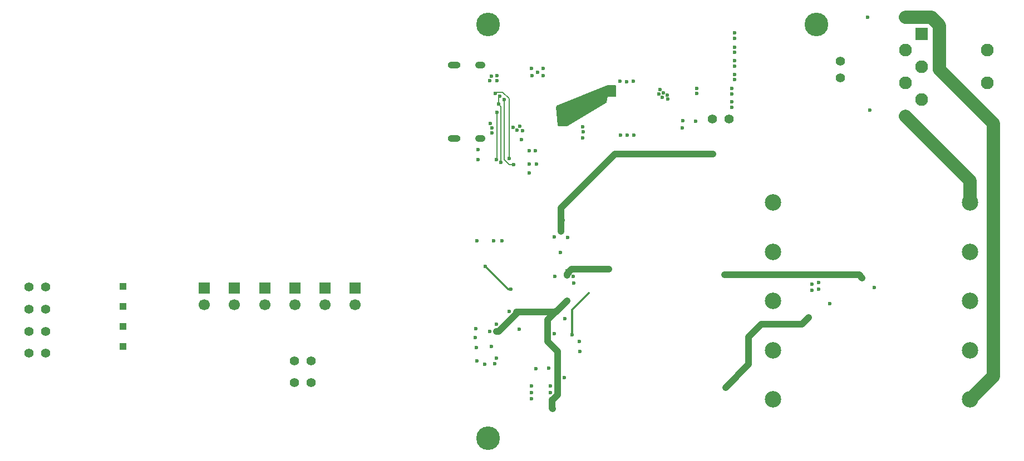
<source format=gbr>
G04 #@! TF.GenerationSoftware,KiCad,Pcbnew,9.0.1+1*
G04 #@! TF.CreationDate,2025-10-08T10:55:13+00:00*
G04 #@! TF.ProjectId,c64psu,63363470-7375-42e6-9b69-6361645f7063,rev?*
G04 #@! TF.SameCoordinates,Original*
G04 #@! TF.FileFunction,Copper,L3,Inr*
G04 #@! TF.FilePolarity,Positive*
%FSLAX46Y46*%
G04 Gerber Fmt 4.6, Leading zero omitted, Abs format (unit mm)*
G04 Created by KiCad (PCBNEW 9.0.1+1) date 2025-10-08 10:55:13*
%MOMM*%
%LPD*%
G01*
G04 APERTURE LIST*
G04 #@! TA.AperFunction,ComponentPad*
%ADD10C,2.500000*%
G04 #@! TD*
G04 #@! TA.AperFunction,ComponentPad*
%ADD11C,3.600000*%
G04 #@! TD*
G04 #@! TA.AperFunction,ComponentPad*
%ADD12R,1.700000X1.700000*%
G04 #@! TD*
G04 #@! TA.AperFunction,ComponentPad*
%ADD13C,1.700000*%
G04 #@! TD*
G04 #@! TA.AperFunction,ComponentPad*
%ADD14R,1.000000X1.000000*%
G04 #@! TD*
G04 #@! TA.AperFunction,ComponentPad*
%ADD15C,1.400000*%
G04 #@! TD*
G04 #@! TA.AperFunction,ComponentPad*
%ADD16O,1.550000X1.050000*%
G04 #@! TD*
G04 #@! TA.AperFunction,ComponentPad*
%ADD17O,1.950000X1.050000*%
G04 #@! TD*
G04 #@! TA.AperFunction,ComponentPad*
%ADD18C,1.950000*%
G04 #@! TD*
G04 #@! TA.AperFunction,ComponentPad*
%ADD19R,1.950000X1.950000*%
G04 #@! TD*
G04 #@! TA.AperFunction,ViaPad*
%ADD20C,0.600000*%
G04 #@! TD*
G04 #@! TA.AperFunction,Conductor*
%ADD21C,1.000000*%
G04 #@! TD*
G04 #@! TA.AperFunction,Conductor*
%ADD22C,2.000000*%
G04 #@! TD*
G04 #@! TA.AperFunction,Conductor*
%ADD23C,0.210000*%
G04 #@! TD*
G04 #@! TA.AperFunction,Conductor*
%ADD24C,0.300000*%
G04 #@! TD*
G04 APERTURE END LIST*
D10*
X183370000Y-69110000D03*
X183370000Y-76610000D03*
X183370000Y-84110000D03*
X183370000Y-91610000D03*
X183370000Y-99110000D03*
X213370000Y-69110000D03*
X213370000Y-76610000D03*
X213370000Y-84110000D03*
X213370000Y-91610000D03*
X213370000Y-99110000D03*
D11*
X190000000Y-42000000D03*
D12*
X101441600Y-82150800D03*
D13*
X101441600Y-84690800D03*
D14*
X84476600Y-84912800D03*
D12*
X110621600Y-82150800D03*
D13*
X110621600Y-84690800D03*
D15*
X70176600Y-85362800D03*
X72716600Y-85362800D03*
D14*
X84476600Y-81862800D03*
D12*
X96851600Y-82150800D03*
D13*
X96851600Y-84690800D03*
D15*
X70176600Y-88712800D03*
X72716600Y-88712800D03*
D16*
X138850000Y-48155000D03*
X138850000Y-59395000D03*
D17*
X134850000Y-48155000D03*
X134850000Y-59395000D03*
D11*
X140000000Y-105000000D03*
D15*
X110591600Y-96570800D03*
X113131600Y-96570800D03*
D12*
X106031600Y-82150800D03*
D13*
X106031600Y-84690800D03*
D15*
X70176600Y-82012800D03*
X72716600Y-82012800D03*
D14*
X84476600Y-87962800D03*
D15*
X174170300Y-56365150D03*
X176710300Y-56365150D03*
X110591600Y-93220800D03*
X113131600Y-93220800D03*
D18*
X215980000Y-50940000D03*
X215980000Y-45940000D03*
D19*
X205980000Y-43440000D03*
D18*
X205980000Y-48440000D03*
X205980000Y-53440000D03*
X203480000Y-45940000D03*
X203480000Y-50940000D03*
X203480000Y-40940000D03*
X203480000Y-55940000D03*
D12*
X115211600Y-82150800D03*
D13*
X115211600Y-84690800D03*
D15*
X70176600Y-92062800D03*
X72716600Y-92062800D03*
D14*
X84476600Y-91012800D03*
D12*
X119801600Y-82150800D03*
D13*
X119801600Y-84690800D03*
D15*
X193598800Y-50170399D03*
X193598800Y-47630399D03*
D11*
X140000000Y-42000000D03*
D20*
X177535865Y-48329416D03*
X147232327Y-61231221D03*
X147367023Y-63241024D03*
X151605000Y-95741000D03*
X154433265Y-59249852D03*
X141333500Y-50573950D03*
X146631130Y-48684508D03*
X151064199Y-76720200D03*
X140331850Y-57091395D03*
X148432067Y-48691598D03*
X177119813Y-54592482D03*
X138527300Y-61038750D03*
X150084899Y-74380500D03*
X151683800Y-86777400D03*
X154440694Y-57570786D03*
X189331600Y-81539200D03*
X145282548Y-58147437D03*
X177104954Y-53790096D03*
X177104954Y-51739555D03*
X149522200Y-98027000D03*
X198095437Y-55040963D03*
X138323400Y-93201000D03*
X147531100Y-49253150D03*
X138522300Y-62548750D03*
X144836226Y-57520465D03*
X141333500Y-49761150D03*
X177127243Y-52556800D03*
X140307085Y-50562617D03*
X143818100Y-57662976D03*
X149245400Y-94318600D03*
X166682700Y-52402750D03*
X146654600Y-97061800D03*
X154474999Y-58375000D03*
X138120200Y-88324200D03*
X160157760Y-58870423D03*
X138034789Y-89679611D03*
X146673671Y-49826047D03*
X141320600Y-87641000D03*
X169601100Y-57736750D03*
X141320600Y-92794600D03*
X153003299Y-80397700D03*
X146659800Y-98027000D03*
X145102500Y-59510000D03*
X167363100Y-53332350D03*
X177543295Y-44094603D03*
X144775000Y-88375000D03*
X197790637Y-40920237D03*
X147264200Y-94420200D03*
X140304600Y-88781400D03*
X144395672Y-58112274D03*
X140863400Y-74944200D03*
X146310724Y-63283560D03*
X177550724Y-46204580D03*
X140579500Y-58488140D03*
X146324903Y-61263122D03*
X160074001Y-50619797D03*
X148417887Y-49804776D03*
X162094824Y-50679232D03*
X146287500Y-64656750D03*
X177550724Y-50424534D03*
X165971500Y-52605950D03*
X140503893Y-90994456D03*
X161094700Y-50724549D03*
X192043900Y-84531200D03*
X143228200Y-85733400D03*
X171750508Y-52544481D03*
X177543295Y-45454201D03*
X146652601Y-98992200D03*
X153026099Y-81362900D03*
X190347600Y-81308000D03*
X141066600Y-93658200D03*
X139542600Y-93743611D03*
X140569594Y-57765003D03*
X161150000Y-58875000D03*
X138323400Y-74944200D03*
X171559500Y-56722749D03*
X149522200Y-97061800D03*
X162175539Y-58862446D03*
X171770320Y-51742096D03*
X177528436Y-43284788D03*
X167292300Y-52758350D03*
X150214499Y-80397700D03*
X177528436Y-47541890D03*
X166530300Y-53113950D03*
X166174700Y-51894750D03*
X138276507Y-91241944D03*
X142133400Y-74944200D03*
X177550724Y-49607290D03*
X152116899Y-74403300D03*
X150120848Y-89122200D03*
X169631099Y-56669949D03*
X140498762Y-49899690D03*
X198808100Y-82057200D03*
X151125000Y-72700000D03*
X190347600Y-82268000D03*
X174250000Y-61750000D03*
X151156092Y-71816415D03*
X189331600Y-82499200D03*
X173375000Y-61750000D03*
X172575000Y-61750000D03*
X151125000Y-73500000D03*
X152014000Y-84082400D03*
X150617000Y-95741000D03*
X152014198Y-79550000D03*
X149855000Y-100516200D03*
X151429800Y-84666600D03*
X196951600Y-80646000D03*
X149753400Y-99144600D03*
X141320600Y-88601000D03*
X152014198Y-80340000D03*
X150921800Y-85174600D03*
X144260200Y-85835000D03*
X141607500Y-54138750D03*
X141972586Y-62987169D03*
X141822754Y-52912510D03*
X143924300Y-63375550D03*
X142458534Y-53398090D03*
X141127500Y-52516750D03*
X143213100Y-62421750D03*
X141367500Y-55349750D03*
X141289958Y-62570008D03*
X139593400Y-78844200D03*
X143454200Y-82329800D03*
X151540302Y-56263550D03*
X159130000Y-52010000D03*
X158535728Y-52532220D03*
X158460000Y-51740000D03*
X151595100Y-57228750D03*
X150934700Y-55755550D03*
X153870000Y-90250000D03*
X152840000Y-89250000D03*
X153960000Y-91830000D03*
X188772800Y-86614000D03*
D21*
X151125000Y-69925000D02*
X159300000Y-61750000D01*
X151125000Y-71785323D02*
X151125000Y-69925000D01*
X159300000Y-61750000D02*
X174250000Y-61750000D01*
X151156092Y-71816415D02*
X151125000Y-71847507D01*
X151156092Y-71816415D02*
X151125000Y-71785323D01*
X151125000Y-72700000D02*
X151125000Y-73500000D01*
X151125000Y-71847507D02*
X151125000Y-72700000D01*
D22*
X213370000Y-69110000D02*
X213370000Y-65830000D01*
X213370000Y-65830000D02*
X203480000Y-55940000D01*
X207460000Y-40940000D02*
X208700000Y-42180000D01*
X203480000Y-40940000D02*
X207460000Y-40940000D01*
X208700000Y-48900000D02*
X216880000Y-57080000D01*
X216880000Y-57080000D02*
X216880000Y-95600000D01*
X216880000Y-95600000D02*
X213370000Y-99110000D01*
X208700000Y-42180000D02*
X208700000Y-48900000D01*
D21*
X149093000Y-90254600D02*
X150604000Y-91765600D01*
X141646628Y-88730600D02*
X141305600Y-88730600D01*
X149753400Y-99144600D02*
X149753400Y-100414600D01*
X150921800Y-85174600D02*
X150312200Y-85784200D01*
X149753400Y-100414600D02*
X149855000Y-100516200D01*
X149093000Y-87003400D02*
X149093000Y-90254600D01*
X150604000Y-95741000D02*
X150604000Y-98360828D01*
X152745371Y-79240000D02*
X152002299Y-79983072D01*
X144368600Y-85784200D02*
X144368600Y-86008628D01*
X150312200Y-85784200D02*
X144368600Y-85784200D01*
X158370000Y-79240000D02*
X152745371Y-79240000D01*
X196951600Y-80646000D02*
X196455600Y-80150000D01*
X144368600Y-86008628D02*
X141646628Y-88730600D01*
X150604000Y-98360828D02*
X149820228Y-99144600D01*
X149820228Y-99144600D02*
X149753400Y-99144600D01*
X152002299Y-84070699D02*
X152014000Y-84082400D01*
X196455600Y-80150000D02*
X175960000Y-80150000D01*
X150604000Y-91765600D02*
X150604000Y-95741000D01*
X152002299Y-79983072D02*
X152002299Y-80160000D01*
X152014000Y-84082400D02*
X149093000Y-87003400D01*
D23*
X141972586Y-59442636D02*
X141972586Y-62987169D01*
X141607500Y-54138750D02*
X141973500Y-54504750D01*
X141607500Y-53127764D02*
X141822754Y-52912510D01*
X141973500Y-54504750D02*
X141973500Y-59441722D01*
X141973500Y-59441722D02*
X141972586Y-59442636D01*
X141607500Y-54138750D02*
X141607500Y-53127764D01*
X143213100Y-63375550D02*
X143924300Y-63375550D01*
X142451100Y-62613550D02*
X143213100Y-63375550D01*
X142458534Y-53398090D02*
X142451100Y-53405524D01*
X142451100Y-53405524D02*
X142451100Y-62613550D01*
X143213100Y-53295642D02*
X143213100Y-62421750D01*
X142223968Y-52306510D02*
X143213100Y-53295642D01*
X141337740Y-52306510D02*
X142223968Y-52306510D01*
X141127500Y-52516750D02*
X141337740Y-52306510D01*
X141367500Y-55349750D02*
X141367500Y-62492466D01*
X141367500Y-62492466D02*
X141289958Y-62570008D01*
D24*
X143079000Y-82329800D02*
X139593400Y-78844200D01*
X143454200Y-82329800D02*
X143079000Y-82329800D01*
X152840000Y-89250000D02*
X152840000Y-85450000D01*
X152840000Y-85450000D02*
X155370000Y-82920000D01*
D21*
X179670000Y-89590000D02*
X181630000Y-87630000D01*
X179670000Y-93730000D02*
X179670000Y-89590000D01*
X181630000Y-87630000D02*
X187756800Y-87630000D01*
X176130000Y-97270000D02*
X179670000Y-93730000D01*
X187756800Y-87630000D02*
X188772800Y-86614000D01*
G04 #@! TA.AperFunction,Conductor*
G36*
X159392841Y-51259830D02*
G01*
X159439046Y-51312241D01*
X159450695Y-51364117D01*
X159458133Y-52906952D01*
X159438771Y-52974086D01*
X159386189Y-53020095D01*
X159334134Y-53031550D01*
X158233158Y-53031550D01*
X158025213Y-53901020D01*
X157990475Y-53961642D01*
X157967792Y-53978875D01*
X152079632Y-57465382D01*
X152016214Y-57482684D01*
X150743863Y-57480220D01*
X150676862Y-57460405D01*
X150631209Y-57407513D01*
X150620532Y-57366531D01*
X150383491Y-54525726D01*
X150397533Y-54457282D01*
X150446350Y-54407295D01*
X150460511Y-54400484D01*
X158218122Y-51258859D01*
X158263604Y-51249798D01*
X159325638Y-51240720D01*
X159392841Y-51259830D01*
G37*
G04 #@! TD.AperFunction*
M02*

</source>
